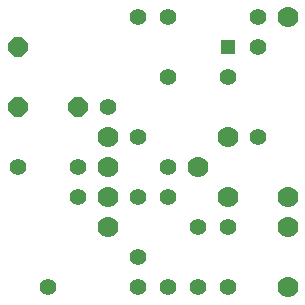
<source format=gtl>
G75*
%MOIN*%
%OFA0B0*%
%FSLAX25Y25*%
%IPPOS*%
%LPD*%
%AMOC8*
5,1,8,0,0,1.08239X$1,22.5*
%
%ADD10C,0.07000*%
%ADD11C,0.05543*%
%ADD12R,0.04756X0.04756*%
%ADD13OC8,0.06496*%
D10*
X0056875Y0042667D03*
X0056875Y0052667D03*
X0056875Y0062667D03*
X0056875Y0072667D03*
X0086875Y0062667D03*
X0096875Y0072667D03*
X0096875Y0052667D03*
X0116875Y0052667D03*
X0116875Y0042667D03*
X0116875Y0022667D03*
X0116875Y0112667D03*
D11*
X0036875Y0022667D03*
X0066875Y0022667D03*
X0076875Y0022667D03*
X0086875Y0022667D03*
X0096875Y0022667D03*
X0096875Y0042667D03*
X0086875Y0042667D03*
X0076875Y0052667D03*
X0076875Y0062667D03*
X0066875Y0072667D03*
X0056875Y0082667D03*
X0076875Y0092667D03*
X0096875Y0092667D03*
X0106875Y0102667D03*
X0106875Y0112667D03*
X0076875Y0112667D03*
X0066875Y0112667D03*
X0106875Y0072667D03*
X0066875Y0052667D03*
X0066875Y0032667D03*
X0046875Y0052667D03*
X0046875Y0062667D03*
X0026875Y0062667D03*
D12*
X0096875Y0102667D03*
D13*
X0046875Y0082667D03*
X0026875Y0082667D03*
X0026875Y0102667D03*
M02*

</source>
